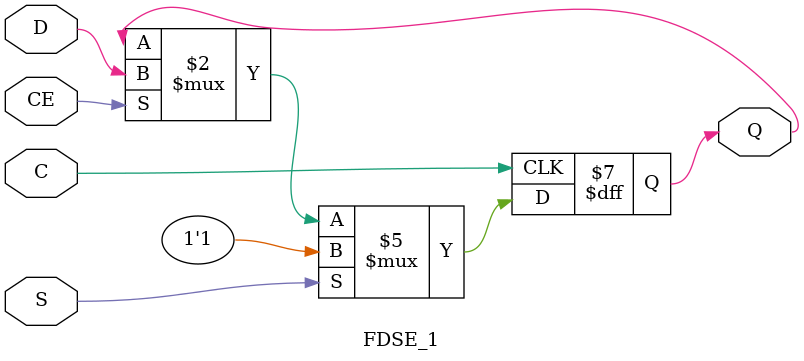
<source format=v>

/*

FUNCTION    : D-FLIP-FLOP with sync set and clock enable

*/

`celldefine
`timescale  100 ps / 10 ps

module FDSE_1 (Q, C, CE, D, S);

    parameter INIT = 1'b1;

    output Q;
    reg    Q;

    input  C, CE, D, S;

    always @(negedge C)
        if (S)
        Q <= 1;
        else if (CE)
        Q <= D;

endmodule

</source>
